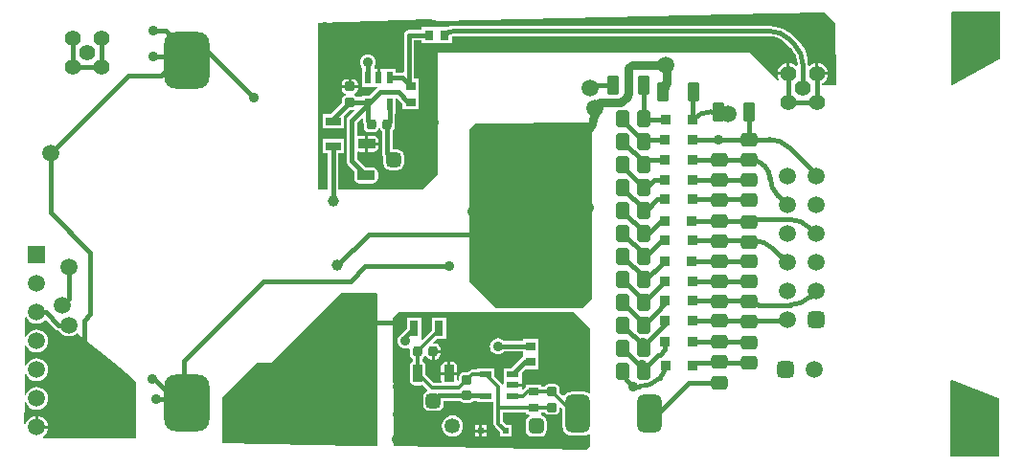
<source format=gbl>
G04 Layer_Physical_Order=2*
G04 Layer_Color=16711680*
%FSLAX25Y25*%
%MOIN*%
G70*
G01*
G75*
%ADD10C,0.01575*%
%ADD11C,0.03150*%
G04:AMPARAMS|DCode=12|XSize=59.06mil|YSize=47.24mil|CornerRadius=11.81mil|HoleSize=0mil|Usage=FLASHONLY|Rotation=180.000|XOffset=0mil|YOffset=0mil|HoleType=Round|Shape=RoundedRectangle|*
%AMROUNDEDRECTD12*
21,1,0.05906,0.02362,0,0,180.0*
21,1,0.03543,0.04724,0,0,180.0*
1,1,0.02362,-0.01772,0.01181*
1,1,0.02362,0.01772,0.01181*
1,1,0.02362,0.01772,-0.01181*
1,1,0.02362,-0.01772,-0.01181*
%
%ADD12ROUNDEDRECTD12*%
%ADD13R,0.03543X0.03543*%
G04:AMPARAMS|DCode=15|XSize=66.93mil|YSize=43.31mil|CornerRadius=10.83mil|HoleSize=0mil|Usage=FLASHONLY|Rotation=270.000|XOffset=0mil|YOffset=0mil|HoleType=Round|Shape=RoundedRectangle|*
%AMROUNDEDRECTD15*
21,1,0.06693,0.02165,0,0,270.0*
21,1,0.04528,0.04331,0,0,270.0*
1,1,0.02165,-0.01083,-0.02264*
1,1,0.02165,-0.01083,0.02264*
1,1,0.02165,0.01083,0.02264*
1,1,0.02165,0.01083,-0.02264*
%
%ADD15ROUNDEDRECTD15*%
G04:AMPARAMS|DCode=18|XSize=35.43mil|YSize=31.5mil|CornerRadius=7.87mil|HoleSize=0mil|Usage=FLASHONLY|Rotation=270.000|XOffset=0mil|YOffset=0mil|HoleType=Round|Shape=RoundedRectangle|*
%AMROUNDEDRECTD18*
21,1,0.03543,0.01575,0,0,270.0*
21,1,0.01969,0.03150,0,0,270.0*
1,1,0.01575,-0.00787,-0.00984*
1,1,0.01575,-0.00787,0.00984*
1,1,0.01575,0.00787,0.00984*
1,1,0.01575,0.00787,-0.00984*
%
%ADD18ROUNDEDRECTD18*%
G04:AMPARAMS|DCode=19|XSize=59.06mil|YSize=47.24mil|CornerRadius=11.81mil|HoleSize=0mil|Usage=FLASHONLY|Rotation=90.000|XOffset=0mil|YOffset=0mil|HoleType=Round|Shape=RoundedRectangle|*
%AMROUNDEDRECTD19*
21,1,0.05906,0.02362,0,0,90.0*
21,1,0.03543,0.04724,0,0,90.0*
1,1,0.02362,0.01181,0.01772*
1,1,0.02362,0.01181,-0.01772*
1,1,0.02362,-0.01181,-0.01772*
1,1,0.02362,-0.01181,0.01772*
%
%ADD19ROUNDEDRECTD19*%
G04:AMPARAMS|DCode=20|XSize=35.43mil|YSize=31.5mil|CornerRadius=7.87mil|HoleSize=0mil|Usage=FLASHONLY|Rotation=0.000|XOffset=0mil|YOffset=0mil|HoleType=Round|Shape=RoundedRectangle|*
%AMROUNDEDRECTD20*
21,1,0.03543,0.01575,0,0,0.0*
21,1,0.01969,0.03150,0,0,0.0*
1,1,0.01575,0.00984,-0.00787*
1,1,0.01575,-0.00984,-0.00787*
1,1,0.01575,-0.00984,0.00787*
1,1,0.01575,0.00984,0.00787*
%
%ADD20ROUNDEDRECTD20*%
%ADD23R,0.03150X0.03543*%
%ADD24R,0.05512X0.03150*%
%ADD28C,0.05315*%
G04:AMPARAMS|DCode=29|XSize=53.15mil|YSize=53.15mil|CornerRadius=13.29mil|HoleSize=0mil|Usage=FLASHONLY|Rotation=180.000|XOffset=0mil|YOffset=0mil|HoleType=Round|Shape=RoundedRectangle|*
%AMROUNDEDRECTD29*
21,1,0.05315,0.02658,0,0,180.0*
21,1,0.02658,0.05315,0,0,180.0*
1,1,0.02658,-0.01329,0.01329*
1,1,0.02658,0.01329,0.01329*
1,1,0.02658,0.01329,-0.01329*
1,1,0.02658,-0.01329,-0.01329*
%
%ADD29ROUNDEDRECTD29*%
%ADD30C,0.05512*%
G04:AMPARAMS|DCode=31|XSize=59.06mil|YSize=59.06mil|CornerRadius=14.76mil|HoleSize=0mil|Usage=FLASHONLY|Rotation=0.000|XOffset=0mil|YOffset=0mil|HoleType=Round|Shape=RoundedRectangle|*
%AMROUNDEDRECTD31*
21,1,0.05906,0.02953,0,0,0.0*
21,1,0.02953,0.05906,0,0,0.0*
1,1,0.02953,0.01476,-0.01476*
1,1,0.02953,-0.01476,-0.01476*
1,1,0.02953,-0.01476,0.01476*
1,1,0.02953,0.01476,0.01476*
%
%ADD31ROUNDEDRECTD31*%
%ADD32C,0.05906*%
G04:AMPARAMS|DCode=33|XSize=59.06mil|YSize=59.06mil|CornerRadius=14.76mil|HoleSize=0mil|Usage=FLASHONLY|Rotation=90.000|XOffset=0mil|YOffset=0mil|HoleType=Round|Shape=RoundedRectangle|*
%AMROUNDEDRECTD33*
21,1,0.05906,0.02953,0,0,90.0*
21,1,0.02953,0.05906,0,0,90.0*
1,1,0.02953,0.01476,0.01476*
1,1,0.02953,0.01476,-0.01476*
1,1,0.02953,-0.01476,-0.01476*
1,1,0.02953,-0.01476,0.01476*
%
%ADD33ROUNDEDRECTD33*%
%ADD34R,0.05906X0.05906*%
%ADD35C,0.03543*%
%ADD36C,0.03937*%
G04:AMPARAMS|DCode=37|XSize=131.89mil|YSize=86.61mil|CornerRadius=21.65mil|HoleSize=0mil|Usage=FLASHONLY|Rotation=90.000|XOffset=0mil|YOffset=0mil|HoleType=Round|Shape=RoundedRectangle|*
%AMROUNDEDRECTD37*
21,1,0.13189,0.04331,0,0,90.0*
21,1,0.08858,0.08661,0,0,90.0*
1,1,0.04331,0.02165,0.04429*
1,1,0.04331,0.02165,-0.04429*
1,1,0.04331,-0.02165,-0.04429*
1,1,0.04331,-0.02165,0.04429*
%
%ADD37ROUNDEDRECTD37*%
%ADD38R,0.04331X0.02362*%
%ADD39R,0.03150X0.05512*%
%ADD40R,0.03543X0.03150*%
G04:AMPARAMS|DCode=41|XSize=51.18mil|YSize=51.18mil|CornerRadius=12.8mil|HoleSize=0mil|Usage=FLASHONLY|Rotation=0.000|XOffset=0mil|YOffset=0mil|HoleType=Round|Shape=RoundedRectangle|*
%AMROUNDEDRECTD41*
21,1,0.05118,0.02559,0,0,0.0*
21,1,0.02559,0.05118,0,0,0.0*
1,1,0.02559,0.01280,-0.01280*
1,1,0.02559,-0.01280,-0.01280*
1,1,0.02559,-0.01280,0.01280*
1,1,0.02559,0.01280,0.01280*
%
%ADD41ROUNDEDRECTD41*%
G04:AMPARAMS|DCode=42|XSize=62.99mil|YSize=35.43mil|CornerRadius=8.86mil|HoleSize=0mil|Usage=FLASHONLY|Rotation=270.000|XOffset=0mil|YOffset=0mil|HoleType=Round|Shape=RoundedRectangle|*
%AMROUNDEDRECTD42*
21,1,0.06299,0.01772,0,0,270.0*
21,1,0.04528,0.03543,0,0,270.0*
1,1,0.01772,-0.00886,-0.02264*
1,1,0.01772,-0.00886,0.02264*
1,1,0.01772,0.00886,0.02264*
1,1,0.01772,0.00886,-0.02264*
%
%ADD42ROUNDEDRECTD42*%
%ADD43R,0.01969X0.01969*%
%ADD44R,0.02362X0.04331*%
G04:AMPARAMS|DCode=45|XSize=62.99mil|YSize=35.43mil|CornerRadius=8.86mil|HoleSize=0mil|Usage=FLASHONLY|Rotation=0.000|XOffset=0mil|YOffset=0mil|HoleType=Round|Shape=RoundedRectangle|*
%AMROUNDEDRECTD45*
21,1,0.06299,0.01772,0,0,0.0*
21,1,0.04528,0.03543,0,0,0.0*
1,1,0.01772,0.02264,-0.00886*
1,1,0.01772,-0.02264,-0.00886*
1,1,0.01772,-0.02264,0.00886*
1,1,0.01772,0.02264,0.00886*
%
%ADD45ROUNDEDRECTD45*%
G04:AMPARAMS|DCode=46|XSize=51.18mil|YSize=51.18mil|CornerRadius=12.8mil|HoleSize=0mil|Usage=FLASHONLY|Rotation=90.000|XOffset=0mil|YOffset=0mil|HoleType=Round|Shape=RoundedRectangle|*
%AMROUNDEDRECTD46*
21,1,0.05118,0.02559,0,0,90.0*
21,1,0.02559,0.05118,0,0,90.0*
1,1,0.02559,0.01280,0.01280*
1,1,0.02559,0.01280,-0.01280*
1,1,0.02559,-0.01280,-0.01280*
1,1,0.02559,-0.01280,0.01280*
%
%ADD46ROUNDEDRECTD46*%
G04:AMPARAMS|DCode=47|XSize=196.85mil|YSize=157.48mil|CornerRadius=39.37mil|HoleSize=0mil|Usage=FLASHONLY|Rotation=90.000|XOffset=0mil|YOffset=0mil|HoleType=Round|Shape=RoundedRectangle|*
%AMROUNDEDRECTD47*
21,1,0.19685,0.07874,0,0,90.0*
21,1,0.11811,0.15748,0,0,90.0*
1,1,0.07874,0.03937,0.05906*
1,1,0.07874,0.03937,-0.05906*
1,1,0.07874,-0.03937,-0.05906*
1,1,0.07874,-0.03937,0.05906*
%
%ADD47ROUNDEDRECTD47*%
%ADD48C,0.01181*%
G36*
X198917Y117363D02*
Y56693D01*
X195571Y53347D01*
X165256D01*
X156102Y62500D01*
Y115453D01*
X158268Y117618D01*
X198563Y117716D01*
X198917Y117363D01*
D02*
G37*
G36*
X340748Y139862D02*
X340650Y139764D01*
X324276Y130705D01*
X323845Y130959D01*
X323787Y156142D01*
X324141Y156496D01*
X340748Y156496D01*
Y139862D01*
D02*
G37*
G36*
X2171Y49766D02*
X2802Y48944D01*
X3625Y48313D01*
X4583Y47916D01*
X5610Y47781D01*
X6638Y47916D01*
X7596Y48313D01*
X8418Y48944D01*
X8456Y48993D01*
X8954Y49025D01*
X11915Y46065D01*
X12501Y45674D01*
X13192Y45536D01*
X13318D01*
X13392Y45357D01*
X14023Y44535D01*
X14845Y43904D01*
X15803Y43507D01*
X16831Y43372D01*
X17858Y43507D01*
X18816Y43904D01*
X19456Y44395D01*
X32382Y34154D01*
X38780Y28937D01*
X40157Y27559D01*
Y7874D01*
X7832D01*
X7783Y7964D01*
X7701Y8374D01*
X8429Y8933D01*
X9063Y9759D01*
X9461Y10720D01*
X9531Y11252D01*
X5610D01*
Y11752D01*
X5110D01*
Y15673D01*
X4578Y15603D01*
X3617Y15205D01*
X2791Y14571D01*
X2158Y13745D01*
X1809Y12904D01*
X1309Y13004D01*
X1353Y20436D01*
X1853Y20534D01*
X2171Y19767D01*
X2802Y18944D01*
X3625Y18313D01*
X4583Y17916D01*
X5610Y17781D01*
X6638Y17916D01*
X7596Y18313D01*
X8418Y18944D01*
X9049Y19767D01*
X9446Y20724D01*
X9581Y21752D01*
X9446Y22780D01*
X9049Y23738D01*
X8418Y24560D01*
X7596Y25191D01*
X6638Y25588D01*
X5610Y25723D01*
X4583Y25588D01*
X3625Y25191D01*
X2802Y24560D01*
X2171Y23738D01*
X1868Y23005D01*
X1368Y23105D01*
X1410Y30297D01*
X1911Y30395D01*
X2171Y29766D01*
X2802Y28944D01*
X3625Y28313D01*
X4583Y27916D01*
X5610Y27781D01*
X6638Y27916D01*
X7596Y28313D01*
X8418Y28944D01*
X9049Y29766D01*
X9446Y30724D01*
X9581Y31752D01*
X9446Y32780D01*
X9049Y33737D01*
X8418Y34560D01*
X7596Y35191D01*
X6638Y35588D01*
X5610Y35723D01*
X4583Y35588D01*
X3625Y35191D01*
X2802Y34560D01*
X2171Y33737D01*
X1927Y33147D01*
X1427Y33248D01*
X1468Y40159D01*
X1968Y40257D01*
X2171Y39766D01*
X2802Y38944D01*
X3625Y38313D01*
X4583Y37916D01*
X5610Y37781D01*
X6638Y37916D01*
X7596Y38313D01*
X8418Y38944D01*
X9049Y39766D01*
X9446Y40724D01*
X9581Y41752D01*
X9446Y42780D01*
X9049Y43738D01*
X8418Y44560D01*
X7596Y45191D01*
X6638Y45588D01*
X5610Y45723D01*
X4583Y45588D01*
X3625Y45191D01*
X2802Y44560D01*
X2171Y43738D01*
X1986Y43290D01*
X1486Y43391D01*
X1525Y50020D01*
X2026Y50118D01*
X2171Y49766D01*
D02*
G37*
G36*
X198130Y46358D02*
Y23914D01*
X197681Y23693D01*
X197651Y23716D01*
X196885Y24033D01*
X196063Y24141D01*
X191732D01*
X190910Y24033D01*
X190144Y23716D01*
X189486Y23211D01*
X189198Y22835D01*
X188560Y22766D01*
X187633Y23693D01*
Y25000D01*
X187496Y25691D01*
X187104Y26277D01*
X186518Y26669D01*
X185827Y26806D01*
X183858D01*
X183167Y26669D01*
X182581Y26277D01*
X182209Y25720D01*
X181201D01*
Y26673D01*
X175689D01*
Y25548D01*
X175243Y25250D01*
X175243Y25249D01*
X174887Y24894D01*
X174425Y25085D01*
Y25934D01*
X171260D01*
Y26934D01*
X174425D01*
Y28616D01*
X174409D01*
Y30770D01*
X175530Y31890D01*
X180315D01*
Y36902D01*
X180315Y37008D01*
Y37402D01*
X180315Y37508D01*
Y42520D01*
X174803D01*
Y41767D01*
X168131D01*
X168009Y41926D01*
X167433Y42368D01*
X166763Y42646D01*
X166043Y42740D01*
X165324Y42646D01*
X164654Y42368D01*
X164078Y41926D01*
X163636Y41350D01*
X163358Y40680D01*
X163264Y39961D01*
X163358Y39241D01*
X163636Y38571D01*
X164078Y37995D01*
X164654Y37553D01*
X165324Y37276D01*
X166043Y37181D01*
X166763Y37276D01*
X167433Y37553D01*
X168009Y37995D01*
X168131Y38154D01*
X174803D01*
Y37508D01*
X174803Y37402D01*
Y37008D01*
X174803Y36902D01*
Y36091D01*
X174257Y35726D01*
X170871Y32340D01*
X168110D01*
Y28616D01*
X168095D01*
Y26705D01*
X167595Y26553D01*
X167376Y26881D01*
X167376Y26881D01*
X164961Y29296D01*
Y32340D01*
X158661D01*
Y31780D01*
X157143D01*
X157143Y31780D01*
X156529Y31658D01*
X156008Y31310D01*
X155638Y30940D01*
X154331D01*
X153639Y30803D01*
X153053Y30411D01*
X152662Y29825D01*
X152524Y29134D01*
Y28095D01*
X152407Y28020D01*
X152255Y28060D01*
X151923Y28304D01*
Y29913D01*
X149114D01*
X146306D01*
Y28150D01*
X146415Y27598D01*
X146107Y27098D01*
X143834D01*
X140922Y30010D01*
Y32795D01*
X140777Y33525D01*
X140364Y34143D01*
X139745Y34557D01*
X139736Y34559D01*
Y35614D01*
X140057Y35829D01*
X140448Y36415D01*
X140485Y36600D01*
X140995D01*
X141033Y36409D01*
X141428Y35818D01*
X142019Y35423D01*
X142717Y35284D01*
X143004D01*
Y38091D01*
X143504D01*
Y38591D01*
X146114D01*
Y39075D01*
X145975Y39772D01*
X145580Y40363D01*
X144989Y40759D01*
X144291Y40897D01*
X143723D01*
X143532Y41359D01*
X144692Y42520D01*
X148130D01*
Y50000D01*
X143012D01*
Y45381D01*
X139840Y42209D01*
X139469Y42545D01*
Y50000D01*
X134351D01*
Y46255D01*
X132679Y44584D01*
X132400Y44166D01*
X131991Y43852D01*
X131549Y43277D01*
X131272Y42606D01*
X131177Y41887D01*
X131272Y41167D01*
X131549Y40497D01*
X131991Y39921D01*
X132567Y39479D01*
X133237Y39202D01*
X133957Y39107D01*
X134676Y39202D01*
X134935Y39309D01*
X135151Y39200D01*
X135398Y38960D01*
Y37106D01*
X135536Y36415D01*
X135927Y35829D01*
X136513Y35438D01*
X136524Y35435D01*
Y34559D01*
X136514Y34557D01*
X135896Y34143D01*
X135483Y33525D01*
X135337Y32795D01*
Y28268D01*
X135483Y27538D01*
X135896Y26919D01*
X136514Y26506D01*
X137244Y26361D01*
X139016D01*
X139745Y26506D01*
X139829Y26562D01*
X141526Y24865D01*
X141360Y24323D01*
X140691Y23876D01*
X140190Y23127D01*
X140015Y22244D01*
Y19685D01*
X140190Y18802D01*
X140691Y18053D01*
X141440Y17553D01*
X142323Y17377D01*
X144882D01*
X145765Y17553D01*
X146514Y18053D01*
X147014Y18802D01*
X147190Y19685D01*
Y21028D01*
X152881D01*
X153053Y20770D01*
X153639Y20378D01*
X154331Y20241D01*
X156299D01*
X156990Y20378D01*
X157576Y20770D01*
X157749Y21028D01*
X158661D01*
Y20529D01*
X164635D01*
Y12992D01*
X164635Y12992D01*
X164757Y12378D01*
X165105Y11857D01*
X166732Y10229D01*
Y8563D01*
X170669D01*
Y12500D01*
X169003D01*
X167846Y13657D01*
Y16997D01*
X175689D01*
Y16043D01*
X176865D01*
X177017Y15543D01*
X176472Y15179D01*
X175961Y14414D01*
X175782Y13512D01*
Y10854D01*
X175961Y9952D01*
X176472Y9187D01*
X177237Y8676D01*
X178140Y8496D01*
X180797D01*
X181700Y8676D01*
X182465Y9187D01*
X182976Y9952D01*
X183156Y10854D01*
Y13512D01*
X182976Y14414D01*
X182465Y15179D01*
X181700Y15691D01*
X181566Y15717D01*
X181201Y16043D01*
X181201Y16300D01*
Y16997D01*
X182340D01*
X182581Y16636D01*
X183167Y16244D01*
X183858Y16107D01*
X185827D01*
X186518Y16244D01*
X187104Y16636D01*
X187496Y17222D01*
X187633Y17913D01*
Y18498D01*
X188095Y18689D01*
X188555Y18229D01*
Y12106D01*
X188664Y11284D01*
X188981Y10518D01*
X189486Y9860D01*
X190144Y9355D01*
X190910Y9038D01*
X191732Y8929D01*
X196063D01*
X196885Y9038D01*
X197651Y9355D01*
X197681Y9378D01*
X198130Y9157D01*
Y5118D01*
X196910Y3898D01*
X129807Y5093D01*
X129528Y49902D01*
X131595Y51968D01*
X192520D01*
X198130Y46358D01*
D02*
G37*
G36*
X283563Y152362D02*
X283853Y131360D01*
X283502Y131004D01*
X278810D01*
X278710Y131504D01*
X279040Y131641D01*
X279824Y132243D01*
X280427Y133027D01*
X280805Y133941D01*
X280868Y134421D01*
X277146D01*
Y134921D01*
X276646D01*
Y138644D01*
X276165Y138581D01*
X275252Y138202D01*
X274581Y137688D01*
X274158Y137789D01*
X274038Y137862D01*
X273954Y138082D01*
X273954D01*
X273808Y139929D01*
X273376Y141731D01*
X272667Y143443D01*
X271699Y145023D01*
X270495Y146432D01*
X270494Y146431D01*
X268872Y148053D01*
X268873Y148054D01*
X267464Y149258D01*
X265884Y150226D01*
X264172Y150935D01*
X262370Y151367D01*
X260523Y151513D01*
Y151511D01*
X150866D01*
X150832Y151504D01*
X149597Y151383D01*
X148608Y151083D01*
X144980D01*
Y151083D01*
X144980D01*
X144980Y151083D01*
X144587D01*
X144587D01*
Y151083D01*
X139469D01*
Y150133D01*
X135138D01*
X134447Y149996D01*
X133861Y149604D01*
X133469Y149018D01*
X133331Y148327D01*
Y135594D01*
X132945Y135276D01*
X132724Y135320D01*
X130502D01*
Y136664D01*
X126778D01*
Y136679D01*
X125097D01*
Y133514D01*
X124097D01*
Y136679D01*
X123260D01*
X123014Y137179D01*
X123175Y137390D01*
X123453Y138060D01*
X123547Y138779D01*
X123453Y139499D01*
X123175Y140169D01*
X122733Y140745D01*
X122158Y141187D01*
X121487Y141464D01*
X120768Y141559D01*
X120048Y141464D01*
X119378Y141187D01*
X118802Y140745D01*
X118360Y140169D01*
X118083Y139499D01*
X117988Y138779D01*
X118083Y138060D01*
X118360Y137390D01*
X118572Y137114D01*
X118691Y136664D01*
X118691Y136664D01*
X118691D01*
X118691Y136664D01*
Y130364D01*
X122416D01*
Y130349D01*
X123997D01*
X124148Y129849D01*
X123959Y129722D01*
X121452Y127215D01*
X118691D01*
Y126708D01*
X117001D01*
X116829Y126966D01*
X116243Y127358D01*
X116058Y127395D01*
Y127904D01*
X116249Y127942D01*
X116840Y128337D01*
X117235Y128929D01*
X117374Y129626D01*
Y129913D01*
X111760D01*
Y129626D01*
X111899Y128929D01*
X112294Y128337D01*
X112885Y127942D01*
X113076Y127904D01*
Y127395D01*
X112891Y127358D01*
X112305Y126966D01*
X111914Y126380D01*
X111776Y125689D01*
Y124666D01*
X107977Y120866D01*
X105020D01*
Y115748D01*
X112500D01*
Y120280D01*
X114528Y122308D01*
X115551D01*
X115909Y122379D01*
X116155Y121918D01*
X113979Y119742D01*
X113587Y119156D01*
X113450Y118465D01*
Y104449D01*
X113587Y103758D01*
X113979Y103172D01*
X116207Y100944D01*
X116085Y100335D01*
Y98563D01*
X116231Y97833D01*
X116644Y97215D01*
X117262Y96801D01*
X117992Y96656D01*
X122520D01*
X123249Y96801D01*
X123868Y97215D01*
X124281Y97833D01*
X124426Y98563D01*
Y100335D01*
X124281Y101064D01*
X123868Y101683D01*
X123249Y102096D01*
X122520Y102241D01*
X120018D01*
X117062Y105197D01*
Y107424D01*
X117562Y107734D01*
X118110Y107624D01*
X119874D01*
Y110433D01*
Y113242D01*
X118110D01*
X117562Y113133D01*
X117062Y113442D01*
Y117716D01*
X118588Y119242D01*
X119050Y119051D01*
Y118612D01*
X119188Y117921D01*
X119454Y117523D01*
Y116339D01*
X119591Y115647D01*
X119983Y115061D01*
X120569Y114670D01*
X121260Y114532D01*
X122835D01*
X123526Y114670D01*
X124112Y115061D01*
X124504Y115647D01*
X124548Y115872D01*
X125058D01*
X125103Y115647D01*
X125494Y115061D01*
X125753Y114889D01*
Y107185D01*
X125890Y106494D01*
X126235Y105977D01*
Y103642D01*
X126411Y102758D01*
X126911Y102010D01*
X127660Y101509D01*
X128543Y101334D01*
X131102D01*
X131986Y101509D01*
X132735Y102010D01*
X133235Y102758D01*
X133411Y103642D01*
Y106201D01*
X133235Y107084D01*
X132735Y107833D01*
X131986Y108333D01*
X131102Y108509D01*
X129365D01*
Y114889D01*
X129624Y115061D01*
X130015Y115647D01*
X130153Y116339D01*
Y118307D01*
X130143Y118355D01*
Y120916D01*
X130502D01*
Y126078D01*
X131002Y126286D01*
X132972Y124316D01*
Y122439D01*
X138484D01*
Y127450D01*
X138484Y127557D01*
X138484D01*
Y127950D01*
X138484D01*
Y133069D01*
X136944D01*
Y146520D01*
X139469D01*
Y145571D01*
X141800D01*
D01*
X144587D01*
Y145571D01*
X144587D01*
X144980D01*
X144980Y145571D01*
X144980D01*
Y145571D01*
X150098D01*
Y147803D01*
X150113Y147809D01*
X150837Y147904D01*
X150866Y147898D01*
X260523D01*
X260605Y147915D01*
X262126Y147765D01*
X263668Y147297D01*
X265089Y146538D01*
X266271Y145568D01*
X266317Y145499D01*
X267939Y143876D01*
X268009Y143830D01*
X268979Y142648D01*
X269738Y141227D01*
X270206Y139685D01*
X270356Y138164D01*
X270339Y138082D01*
Y137707D01*
X269866Y137546D01*
X269824Y137600D01*
X269040Y138202D01*
X268126Y138581D01*
X267646Y138644D01*
Y134921D01*
X267146D01*
Y134421D01*
X263423D01*
X263487Y133941D01*
X263865Y133027D01*
X263943Y132926D01*
X263566Y132596D01*
X253937Y142224D01*
X145177D01*
Y99902D01*
X139764Y94488D01*
X110566D01*
Y107087D01*
X112500D01*
Y112205D01*
X105020D01*
Y107087D01*
X106954D01*
Y94488D01*
X103543D01*
Y152657D01*
X142357Y153734D01*
X145177Y153248D01*
X262064Y155901D01*
X279705Y156220D01*
X283563Y152362D01*
D02*
G37*
G36*
X340256Y21987D02*
X340354Y21888D01*
Y1772D01*
X339999Y1420D01*
X328313Y1558D01*
X323622Y1641D01*
Y27846D01*
X324033Y28130D01*
X340256Y21987D01*
D02*
G37*
G36*
X124016Y58268D02*
Y5573D01*
X123660Y5222D01*
X117634Y5310D01*
X70276Y6154D01*
Y22343D01*
X82284Y34350D01*
X87303D01*
X101181Y48228D01*
X111516Y58563D01*
X123721D01*
X124016Y58268D01*
D02*
G37*
%LPC*%
G36*
X6110Y15673D02*
Y12252D01*
X9531D01*
X9461Y12784D01*
X9063Y13745D01*
X8429Y14571D01*
X7604Y15205D01*
X6642Y15603D01*
X6110Y15673D01*
D02*
G37*
G36*
X162024Y12516D02*
X160539D01*
Y11032D01*
X162024D01*
Y12516D01*
D02*
G37*
G36*
X159539Y10031D02*
X158055D01*
Y8547D01*
X159539D01*
Y10031D01*
D02*
G37*
G36*
X150256Y15856D02*
X149305Y15731D01*
X148419Y15364D01*
X147659Y14781D01*
X147075Y14020D01*
X146708Y13134D01*
X146583Y12183D01*
X146708Y11232D01*
X147075Y10347D01*
X147659Y9586D01*
X148419Y9002D01*
X149305Y8635D01*
X150256Y8510D01*
X151207Y8635D01*
X152093Y9002D01*
X152853Y9586D01*
X153437Y10347D01*
X153804Y11232D01*
X153929Y12183D01*
X153804Y13134D01*
X153437Y14020D01*
X152853Y14781D01*
X152093Y15364D01*
X151207Y15731D01*
X150256Y15856D01*
D02*
G37*
G36*
X159539Y12516D02*
X158055D01*
Y11032D01*
X159539D01*
Y12516D01*
D02*
G37*
G36*
X162024Y10031D02*
X160539D01*
Y8547D01*
X162024D01*
Y10031D01*
D02*
G37*
G36*
X150000Y34600D02*
X149614D01*
Y30913D01*
X151923D01*
Y32677D01*
X151776Y33413D01*
X151360Y34037D01*
X150736Y34454D01*
X150000Y34600D01*
D02*
G37*
G36*
X148614D02*
X148228D01*
X147493Y34454D01*
X146869Y34037D01*
X146452Y33413D01*
X146306Y32677D01*
Y30913D01*
X148614D01*
Y34600D01*
D02*
G37*
G36*
X146114Y37591D02*
X144004D01*
Y35284D01*
X144291D01*
X144989Y35423D01*
X145580Y35818D01*
X145975Y36409D01*
X146114Y37106D01*
Y37591D01*
D02*
G37*
G36*
X115551Y133023D02*
X115067D01*
Y130913D01*
X117374D01*
Y131201D01*
X117235Y131898D01*
X116840Y132489D01*
X116249Y132885D01*
X115551Y133023D01*
D02*
G37*
G36*
X114067D02*
X113583D01*
X112885Y132885D01*
X112294Y132489D01*
X111899Y131898D01*
X111760Y131201D01*
Y130913D01*
X114067D01*
Y133023D01*
D02*
G37*
G36*
X277646Y138644D02*
Y135421D01*
X280868D01*
X280805Y135902D01*
X280427Y136815D01*
X279824Y137600D01*
X279040Y138202D01*
X278126Y138581D01*
X277646Y138644D01*
D02*
G37*
G36*
X266646D02*
X266165Y138581D01*
X265251Y138202D01*
X264467Y137600D01*
X263865Y136815D01*
X263487Y135902D01*
X263423Y135421D01*
X266646D01*
Y138644D01*
D02*
G37*
G36*
X122638Y113242D02*
X120874D01*
Y110933D01*
X124561D01*
Y111319D01*
X124414Y112055D01*
X123997Y112679D01*
X123374Y113095D01*
X122638Y113242D01*
D02*
G37*
G36*
X124561Y109933D02*
X120874D01*
Y107624D01*
X122638D01*
X123374Y107771D01*
X123997Y108188D01*
X124414Y108811D01*
X124561Y109547D01*
Y109933D01*
D02*
G37*
%LPD*%
D10*
X209449Y31791D02*
G03*
X211050Y27927I5465J0D01*
G01*
X224312Y32439D02*
G03*
X224410Y33550I-6288J1111D01*
G01*
X222539Y29035D02*
G03*
X224312Y32439I-4515J4515D01*
G01*
X215248Y25886D02*
G03*
X222319Y28815I0J10000D01*
G01*
X242815Y121654D02*
G03*
X244954Y120768I2139J2139D01*
G01*
X240373Y121654D02*
G03*
X233957Y118996I0J-9073D01*
G01*
X254535Y84154D02*
G03*
X253347Y83661I0J-1680D01*
G01*
X261945Y73843D02*
G03*
X254874Y76772I-7071J-7071D01*
G01*
X253543Y55709D02*
G03*
X256870Y54331I3327J3327D01*
G01*
X254842Y104823D02*
G03*
X253642Y104921I-1200J-7267D01*
G01*
X258850Y102764D02*
G03*
X254842Y104823I-5208J-5208D01*
G01*
D02*
G03*
X253642Y104921I-1200J-7267D01*
G01*
X254842Y104823D02*
G03*
X253642Y104921I-1200J-7267D01*
G01*
X267496Y109079D02*
G03*
X260425Y112008I-7071J-7071D01*
G01*
X276673Y99114D02*
G03*
X276116Y100458I-1901J0D01*
G01*
X260728Y99201D02*
G03*
X263657Y92130I10000J0D01*
G01*
X260790Y98093D02*
G03*
X258859Y102755I-6593J0D01*
G01*
X260731Y98973D02*
G03*
X258862Y102752I-6534J-880D01*
G01*
D02*
G03*
X258859Y102755I-4665J-4659D01*
G01*
X274563Y81225D02*
G03*
X267492Y84154I-7071J-7071D01*
G01*
X267748Y54331D02*
G03*
X274819Y57260I0J10000D01*
G01*
X265723Y48720D02*
G03*
X266673Y49114I0J1344D01*
G01*
X272146Y138082D02*
G03*
X269217Y145153I-10000J0D01*
G01*
X267594Y146776D02*
G03*
X260523Y149705I-7071J-7071D01*
G01*
X150866D02*
G03*
X147539Y148327I0J-4705D01*
G01*
X216240Y79035D02*
X216616Y79411D01*
X216732Y79295D02*
X218468D01*
X222835Y83661D01*
X224114D01*
X209646Y55118D02*
X216732Y48031D01*
Y47298D02*
X221130Y51696D01*
X221139D02*
X224213Y54769D01*
X221130Y51696D02*
X221139D01*
X216929Y119291D02*
X216929Y119291D01*
X216929Y119291D02*
Y130709D01*
X198228Y129921D02*
X199016Y130709D01*
X206299D01*
X217399Y32404D02*
X221904Y36909D01*
X216732Y31299D02*
Y32087D01*
X214272Y34547D02*
X216732Y32087D01*
X214272Y34547D02*
Y34631D01*
X209646Y39257D02*
X214272Y34631D01*
X209646Y39257D02*
Y39298D01*
X217202Y40574D02*
X224213Y47584D01*
X216732Y39298D02*
Y40169D01*
X209646Y47256D02*
X216732Y40169D01*
X209646Y47256D02*
Y47298D01*
X216732D02*
Y48031D01*
X209646Y55118D02*
Y55297D01*
X216831Y55413D02*
Y55905D01*
X209646Y63090D02*
X216831Y55905D01*
X209646Y63090D02*
Y63296D01*
X216831Y62402D02*
X224114Y69685D01*
X216732Y63296D02*
Y64167D01*
X209646Y71254D02*
X216732Y64167D01*
X209646Y71254D02*
Y71296D01*
X217126Y70866D02*
X223031Y76772D01*
X216732Y71296D02*
Y72166D01*
X209646Y79253D02*
X216732Y72166D01*
X209646Y79253D02*
Y79295D01*
Y86909D02*
X216732Y79823D01*
X209646Y86909D02*
Y87294D01*
X216732D02*
Y87795D01*
X209646Y94882D02*
X216732Y87795D01*
X209646Y94882D02*
Y95293D01*
X217471Y94734D02*
X220571Y97835D01*
X209646Y102422D02*
Y103293D01*
Y102422D02*
X216732Y95335D01*
Y95293D02*
Y95335D01*
X209646Y111250D02*
X216732Y104163D01*
X209646Y111250D02*
Y111292D01*
X216929Y102854D02*
X218898Y104823D01*
X216732Y103293D02*
Y104163D01*
X216339Y110630D02*
X217618Y111909D01*
X209646Y118421D02*
Y119291D01*
Y118421D02*
X216732Y111334D01*
Y111292D02*
Y111334D01*
X224213Y47584D02*
Y48720D01*
X224311Y38878D02*
Y41634D01*
X221904Y36909D02*
X222342D01*
X224311Y38878D01*
X224213Y54769D02*
Y55709D01*
X213090Y25886D02*
X215248D01*
X211050Y27927D02*
X213090Y25886D01*
X224410Y33550D02*
Y34350D01*
Y32537D02*
Y33550D01*
X224312Y32439D02*
X224410Y32537D01*
X222319Y28815D02*
X222539Y29035D01*
X244954Y120768D02*
X246161D01*
X233957Y118996D02*
Y128445D01*
X240373Y121654D02*
X242815D01*
X254535Y84154D02*
X267492D01*
X233563Y83661D02*
X243110D01*
X253347D01*
X233760Y76772D02*
X243088D01*
X243110D02*
X254874D01*
X233858Y34350D02*
X243012D01*
X243110D02*
X253544D01*
X233661Y55709D02*
X253543D01*
X233661Y48720D02*
X242717D01*
X243110D02*
X265723D01*
X243110Y69685D02*
X253543D01*
X243110Y91142D02*
X253248D01*
X243209Y97835D02*
X253642D01*
X233760Y62697D02*
X243041D01*
X233563Y69685D02*
X243035D01*
X233661Y91142D02*
X243095D01*
X233661Y97835D02*
X243110D01*
X233661Y104823D02*
X242520D01*
X254842D01*
X253642Y112008D02*
X260425D01*
X233661Y111909D02*
X242762D01*
X253544Y34350D02*
X253642Y34252D01*
X253347Y41634D02*
X253642Y41339D01*
X243110Y41634D02*
X253347D01*
X253543Y69685D02*
X253642Y69587D01*
X253642Y97835D02*
X253642Y97835D01*
X253543Y111909D02*
X253642Y112008D01*
X217028Y55413D02*
X224311Y62697D01*
X216831Y55413D02*
X217028D01*
X223031Y76772D02*
X224311D01*
X221555Y91142D02*
X224213D01*
X217421Y87008D02*
X221555Y91142D01*
X220571Y97835D02*
X224213D01*
X218898Y104823D02*
X224213D01*
X217618Y111909D02*
X224213D01*
X217224Y118996D02*
X224508D01*
X216929Y119291D02*
X217224Y118996D01*
X243209Y27165D02*
Y27264D01*
X243012Y34547D02*
X243110Y34449D01*
X242421Y41437D02*
X242914D01*
X233760Y41634D02*
X242421D01*
X242717Y48524D02*
X242914D01*
X243209Y55315D02*
Y55512D01*
X243041Y62628D02*
X243110Y62697D01*
Y62697D02*
X253445D01*
X243035Y69662D02*
X243110Y69587D01*
X243088Y76695D02*
X243110Y76673D01*
X243042Y83729D02*
X243110Y83661D01*
X243110Y97736D02*
X243209Y97638D01*
X242512Y104831D02*
X242520Y104823D01*
X242520Y104823D01*
X242762Y111864D02*
X242868D01*
Y111909D02*
X253543D01*
X253642Y112008D02*
Y121457D01*
X253445Y121654D02*
X253642Y121457D01*
X233957Y128445D02*
X234055Y128543D01*
X267496Y109079D02*
X276116Y100458D01*
X263657Y92130D02*
X266673Y89114D01*
X258850Y102764D02*
X258850Y102764D01*
X258859Y102755D01*
X274563Y81225D02*
X276673Y79114D01*
X261945Y73843D02*
X266673Y69114D01*
X274819Y57260D02*
X276673Y59114D01*
X256870Y54331D02*
X267748D01*
X232480Y27362D02*
X243110D01*
X218701Y16535D02*
X221654D01*
X232480Y27362D01*
X171260Y30174D02*
X175534Y34449D01*
X177559D01*
X143602Y20965D02*
X145472Y22835D01*
X155315D01*
X161671D01*
X161811Y22694D01*
X149114Y30413D02*
Y32480D01*
X166634Y39961D02*
X177559D01*
X166339Y39665D02*
X166634Y39961D01*
X166043Y39961D02*
X166339Y39665D01*
X133957Y41887D02*
Y43307D01*
X136909Y46260D01*
X272146Y129921D02*
Y138082D01*
X267594Y146776D02*
X269217Y145153D01*
X150866Y149705D02*
X260523D01*
X128337Y133514D02*
X132724D01*
X134845Y124998D02*
X135728D01*
X131398Y128445D02*
X134845Y124998D01*
X115256Y104449D02*
X120256Y99449D01*
X115256Y104449D02*
Y118465D01*
X120857Y124065D01*
X114567Y124902D02*
X120020D01*
X120857Y124065D01*
X108760Y118307D02*
Y119095D01*
X114567Y124902D01*
X120768Y138779D02*
X120857D01*
Y133514D02*
Y138779D01*
X277146Y124921D02*
Y134921D01*
X267146Y124921D02*
X277146D01*
X267146D02*
Y134921D01*
X45768Y28642D02*
X46437D01*
X47244Y21457D02*
X53622D01*
X46437Y28642D02*
X53622Y21457D01*
X108661Y90650D02*
X108760Y90748D01*
Y109646D01*
X121161Y79035D02*
X157776D01*
X110236Y68110D02*
X121161Y79035D01*
X111221Y48327D02*
X131496D01*
X109449Y46555D02*
X111221Y48327D01*
X119980Y67815D02*
X149213D01*
X135138Y148327D02*
X142027D01*
X142028Y148327D01*
X135138Y131100D02*
X135728Y130509D01*
X132724Y133514D02*
X135138Y131100D01*
Y148327D01*
X120857Y124065D02*
X125236Y128445D01*
X131398D01*
X128337Y118199D02*
Y124065D01*
X127559Y117421D02*
X128337Y118199D01*
X120857Y118612D02*
X122047Y117421D01*
X120857Y118612D02*
Y124065D01*
X127559Y107185D02*
Y117421D01*
Y107185D02*
X129823Y104921D01*
X135728Y130509D02*
X136068D01*
X28032Y137323D02*
Y147028D01*
X18032Y137323D02*
X28032D01*
X18032D02*
Y147323D01*
X84449Y62697D02*
X114862D01*
X56693Y34941D02*
X84449Y62697D01*
X56693Y21142D02*
Y34941D01*
Y21142D02*
X57776Y20059D01*
X114862Y62697D02*
X119980Y67815D01*
X53622Y21457D02*
X57933Y17146D01*
X46063Y149902D02*
X50571D01*
X46161Y140847D02*
X56083D01*
X65059Y142618D02*
X81201Y126476D01*
X57854Y142618D02*
X65059D01*
X50571Y149902D02*
X57854Y142618D01*
X10335Y107185D02*
X37402Y134252D01*
X48819D01*
X54075Y139508D01*
X57854D01*
Y142618D01*
X56083Y140847D02*
X57854Y142618D01*
X5610Y51752D02*
X8783D01*
X19783Y39173D02*
X22047Y41437D01*
X8783Y51752D02*
X13192Y47343D01*
X16831D01*
X22047Y41437D02*
Y48807D01*
X24311Y51071D01*
X10335Y86516D02*
Y107185D01*
Y86516D02*
X24311Y72539D01*
Y51071D02*
Y72539D01*
X16929Y56398D02*
Y67618D01*
X14469Y53937D02*
Y54331D01*
Y53937D02*
X16929Y56398D01*
D11*
X197244Y114567D02*
G03*
X199705Y120507I-5940J5940D01*
G01*
X223425Y128543D02*
G03*
X224705Y131632I-3089J3089D01*
G01*
X211417Y127854D02*
Y136713D01*
X201476Y124803D02*
X206004D01*
X211024Y127461D02*
X211417Y127854D01*
X211024Y126936D02*
Y127461D01*
X208890Y124803D02*
X211024Y126936D01*
X206004Y124803D02*
X208890D01*
X206004Y124803D02*
X206004Y124803D01*
X224566Y137697D02*
X224705D01*
X199705Y123031D02*
X201476Y124803D01*
X211417Y136713D02*
X212738Y138033D01*
X224566D01*
X199705Y120507D02*
Y123031D01*
X224705Y131632D02*
Y137697D01*
D12*
X243110Y27362D02*
D03*
Y34449D02*
D03*
X243110Y41634D02*
D03*
Y48720D02*
D03*
X253642Y55610D02*
D03*
Y48524D02*
D03*
X243110Y55610D02*
D03*
Y62697D02*
D03*
X253642Y69587D02*
D03*
Y62500D02*
D03*
X243110Y69587D02*
D03*
Y76673D02*
D03*
X253642Y83366D02*
D03*
Y76279D02*
D03*
X243110Y83661D02*
D03*
Y90748D02*
D03*
X253642Y97835D02*
D03*
Y90748D02*
D03*
X243110Y97736D02*
D03*
Y104823D02*
D03*
X253642Y112008D02*
D03*
Y104921D02*
D03*
X253642Y41339D02*
D03*
Y34252D02*
D03*
D13*
X224508Y118996D02*
D03*
X233957D02*
D03*
X224213Y111909D02*
D03*
X233661D02*
D03*
X224213Y104823D02*
D03*
X233661D02*
D03*
X224213Y97835D02*
D03*
X233661D02*
D03*
X224213Y91142D02*
D03*
X233661D02*
D03*
X224114Y83661D02*
D03*
X233563D02*
D03*
X224311Y76772D02*
D03*
X233760D02*
D03*
X224114Y69685D02*
D03*
X233563D02*
D03*
X224311Y62697D02*
D03*
X233760D02*
D03*
X224213Y55709D02*
D03*
X233661D02*
D03*
X224213Y48720D02*
D03*
X233661D02*
D03*
X224311Y41634D02*
D03*
X233760D02*
D03*
X224410Y33366D02*
D03*
X233858D02*
D03*
D15*
X206299Y130709D02*
D03*
X216929D02*
D03*
X242815Y121654D02*
D03*
X253445D02*
D03*
X223425Y128543D02*
D03*
X234055D02*
D03*
D18*
X143504Y38091D02*
D03*
X137992D02*
D03*
X127559Y117323D02*
D03*
X122047D02*
D03*
D19*
X216732Y111292D02*
D03*
X209646D02*
D03*
X216732Y31299D02*
D03*
X209646D02*
D03*
X216732Y39298D02*
D03*
X209646D02*
D03*
X216732Y55297D02*
D03*
X209646D02*
D03*
X216732Y63296D02*
D03*
X209646D02*
D03*
X216732Y79295D02*
D03*
X209646D02*
D03*
X216732Y71296D02*
D03*
X209646D02*
D03*
X216732Y87294D02*
D03*
X209646D02*
D03*
X216732Y95293D02*
D03*
X209646D02*
D03*
X216732Y103293D02*
D03*
X209646D02*
D03*
X216732Y119291D02*
D03*
X209646D02*
D03*
X216732Y47298D02*
D03*
X209646D02*
D03*
D20*
X184843Y24213D02*
D03*
Y18701D02*
D03*
X155315Y22835D02*
D03*
Y28346D02*
D03*
X114567Y130413D02*
D03*
Y124902D02*
D03*
D23*
X142028Y148327D02*
D03*
X147539D02*
D03*
D24*
X108760Y118307D02*
D03*
Y109646D02*
D03*
D28*
X150256Y12183D02*
D03*
D29*
X179469D02*
D03*
D30*
X23031Y142323D02*
D03*
X28032Y147323D02*
D03*
X18032D02*
D03*
Y137323D02*
D03*
X28032D02*
D03*
X272146Y129921D02*
D03*
X277146Y124921D02*
D03*
Y134921D02*
D03*
X267146D02*
D03*
Y124921D02*
D03*
D31*
X266240Y31890D02*
D03*
D32*
X276240D02*
D03*
X266673Y99114D02*
D03*
X276673D02*
D03*
X266673Y89114D02*
D03*
X276673D02*
D03*
X266673Y79114D02*
D03*
X276673D02*
D03*
X266673Y69114D02*
D03*
X276673D02*
D03*
X266673Y59114D02*
D03*
X276673D02*
D03*
X266673Y49114D02*
D03*
X5610Y51752D02*
D03*
Y61752D02*
D03*
Y41752D02*
D03*
Y31752D02*
D03*
Y21752D02*
D03*
Y11752D02*
D03*
X198228Y129921D02*
D03*
X224566Y138033D02*
D03*
X246161Y120768D02*
D03*
X199705Y123031D02*
D03*
X10335Y107185D02*
D03*
X16831Y47343D02*
D03*
X16929Y67618D02*
D03*
X14469Y54331D02*
D03*
D33*
X276673Y49114D02*
D03*
D34*
X5610Y71752D02*
D03*
D35*
X216240Y33563D02*
D03*
X216634Y41142D02*
D03*
X216777Y48273D02*
D03*
X216831Y55413D02*
D03*
Y62402D02*
D03*
X217126Y70866D02*
D03*
X216240Y79035D02*
D03*
X217421Y87008D02*
D03*
Y94784D02*
D03*
X216929Y102854D02*
D03*
X216339Y110630D02*
D03*
X216929Y119291D02*
D03*
X243209Y27165D02*
D03*
X243012Y34547D02*
D03*
X242421Y41437D02*
D03*
X242717Y48524D02*
D03*
X243209Y55315D02*
D03*
X243041Y62628D02*
D03*
X243035Y69662D02*
D03*
X243088Y76695D02*
D03*
X243042Y83729D02*
D03*
X243095Y90763D02*
D03*
X243209Y97638D02*
D03*
X242512Y104831D02*
D03*
X242762Y111864D02*
D03*
X166043Y39961D02*
D03*
X189075Y6890D02*
D03*
X183465Y6496D02*
D03*
X175000Y7185D02*
D03*
X163779Y7087D02*
D03*
X154232Y6890D02*
D03*
X144193Y6988D02*
D03*
X130709Y7480D02*
D03*
X131299Y16339D02*
D03*
Y25787D02*
D03*
X131201Y35827D02*
D03*
X131496Y48327D02*
D03*
X153150Y49508D02*
D03*
X175492Y49311D02*
D03*
X190157Y37303D02*
D03*
X189665Y28346D02*
D03*
X133957Y41887D02*
D03*
X158760Y114469D02*
D03*
X197244Y114567D02*
D03*
X197933Y88090D02*
D03*
X156988Y86713D02*
D03*
X179331Y86319D02*
D03*
X195276Y60532D02*
D03*
X157677Y64468D02*
D03*
X157776Y79035D02*
D03*
X120768Y138779D02*
D03*
X113484Y96457D02*
D03*
X130315Y96063D02*
D03*
X138583Y96260D02*
D03*
X143307Y100689D02*
D03*
X143898Y117717D02*
D03*
X143602Y132382D02*
D03*
Y142717D02*
D03*
X131791Y151476D02*
D03*
X123425D02*
D03*
X105709Y151181D02*
D03*
X105118Y137894D02*
D03*
X45768Y28642D02*
D03*
X47244Y21457D02*
D03*
X149213Y67815D02*
D03*
X213090Y25886D02*
D03*
X172933Y62795D02*
D03*
X338779Y154626D02*
D03*
X334744Y154823D02*
D03*
X331299D02*
D03*
X326575D02*
D03*
X325886Y149213D02*
D03*
X325787Y141732D02*
D03*
Y135039D02*
D03*
X332087Y137303D02*
D03*
X338976Y141339D02*
D03*
X338779Y148819D02*
D03*
X46063Y149902D02*
D03*
X46161Y140847D02*
D03*
X105020Y125295D02*
D03*
X81201Y126476D02*
D03*
D36*
X108661Y90650D02*
D03*
X110236Y68110D02*
D03*
X109449Y46555D02*
D03*
X17323Y17421D02*
D03*
X119783Y11909D02*
D03*
X76968Y16929D02*
D03*
X80315Y26378D02*
D03*
X110531Y28937D02*
D03*
D37*
X218701Y16535D02*
D03*
X193898D02*
D03*
D38*
X171260Y30174D02*
D03*
Y26434D02*
D03*
Y22694D02*
D03*
X161811D02*
D03*
Y30174D02*
D03*
D39*
X145571Y46260D02*
D03*
X136909D02*
D03*
D40*
X177559Y34449D02*
D03*
Y39961D02*
D03*
X178445Y18602D02*
D03*
Y24114D02*
D03*
X135728Y130509D02*
D03*
Y124998D02*
D03*
D41*
X143602Y20965D02*
D03*
D42*
X138130Y30531D02*
D03*
X149114Y30413D02*
D03*
D43*
X168701Y10531D02*
D03*
X160039D02*
D03*
D44*
X120857Y133514D02*
D03*
X124597D02*
D03*
X128337D02*
D03*
Y124065D02*
D03*
X120857D02*
D03*
D45*
X120374Y110433D02*
D03*
X120256Y99449D02*
D03*
D46*
X129823Y104921D02*
D03*
D47*
X57854Y139508D02*
D03*
X57776Y20059D02*
D03*
D48*
X137992Y38091D02*
X145571Y45669D01*
Y46260D01*
X138130Y30531D02*
Y37953D01*
Y30531D02*
X143169Y25492D01*
X155315Y28346D02*
X157143Y30174D01*
X161811D01*
X171260Y22694D02*
X174958D01*
X176378Y24114D01*
X184744D02*
X184843Y24213D01*
X176378Y24114D02*
X178445D01*
X184744D01*
Y18602D02*
X184843Y18701D01*
X178445Y18602D02*
X184744D01*
X184843Y24213D02*
X192520Y16535D01*
X193898D01*
X143169Y25492D02*
X152461D01*
X155315Y28346D01*
X161811Y30174D02*
X166240Y25745D01*
Y12992D02*
X168701Y10531D01*
X166960Y18602D02*
X178445D01*
X166240Y12992D02*
Y25745D01*
M02*

</source>
